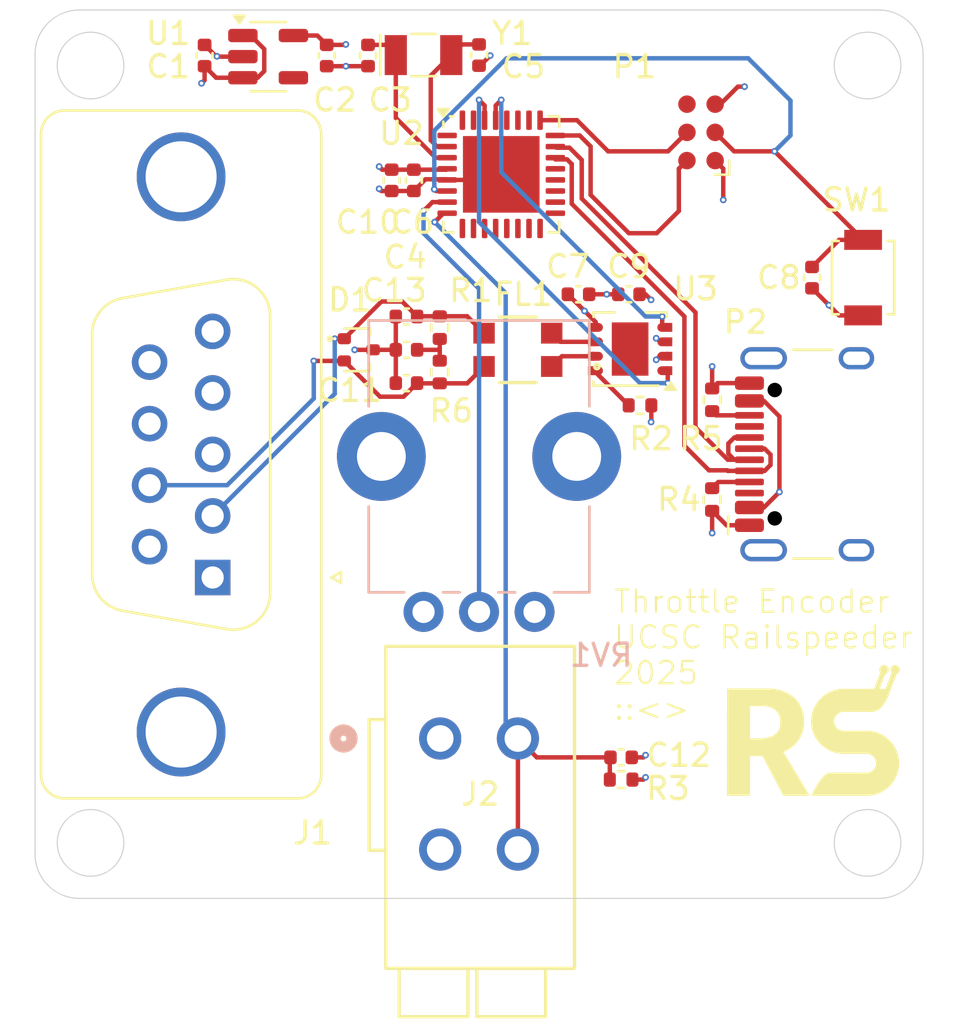
<source format=kicad_pcb>
(kicad_pcb (version 20240108) (generator "pcbnew") (generator_version "8.0")
  (layers (0 "F.Cu" power) (1 "In1.Cu" power) (2 "In2.Cu" signal) (31 "B.Cu" signal) (34 "B.Paste" user) (35 "F.Paste" user) (36 "B.SilkS" user "B.Silkscreen") (37 "F.SilkS" user "F.Silkscreen") (38 "B.Mask" user) (39 "F.Mask" user) (44 "Edge.Cuts" user))
  (net 0 "")
  (net 1 "GND")
  (net 2 "Net-(U2-PC14)")
  (net 3 "+5V")
  (net 4 "+3V3")
  (net 5 "/NRST")
  (net 6 "Net-(U2-PC15)")
  (net 7 "Net-(U3-CANH)")
  (net 8 "Net-(U3-CANL)")
  (net 9 "/INTERLOCK")
  (net 10 "/CANL")
  (net 11 "/CANH")
  (net 14 "/D-")
  (net 15 "/D+")
  (net 16 "/SWDIO")
  (net 17 "/SWCLK")
  (net 18 "/CAN_STB")
  (net 20 "/POT")
  (net 25 "/CANTX")
  (net 35 "/CANRX")
  (net 40 "Net-(C12-Pad1)")
  (net 47 "Net-(P2-CC1)")
  (net 49 "Net-(P2-CC2)")
  (footprint "Capacitor_SMD:C_0402_1005Metric" (layer "F.Cu") (at 115.1375 101.5 -90)
    (property "Reference" "C2")
    (property "Value" "1uF")
  )
  (footprint "Capacitor_SMD:C_0402_1005Metric" (layer "F.Cu") (at 117 101.5 90)
    (property "Reference" "C3")
    (property "Value" "8pF")
  )
  (footprint "Resistor_SMD:R_0402_1005Metric" (layer "F.Cu") (at 129.25 117.25)
    (property "Reference" "R2")
    (property "Value" "5.1k")
  )
  (footprint "Resistor_SMD:R_0402_1005Metric" (layer "F.Cu") (at 128.4 134.1 180)
    (property "Reference" "R3")
    (property "Value" "5.1k")
  )
  (footprint "Resistor_SMD:R_0402_1005Metric" (layer "F.Cu") (at 132.5 121.49 -90)
    (property "Reference" "R4")
    (property "Value" "5.1k")
  )
  (footprint "Capacitor_SMD:C_0402_1005Metric" (layer "F.Cu") (at 118.73 116.25 180)
    (property "Reference" "C11")
    (property "Value" "4.7nF")
  )
  (footprint "Capacitor_SMD:C_0402_1005Metric" (layer "F.Cu") (at 128.4 133.1)
    (property "Reference" "C12")
    (property "Value" "0.1uF")
  )
  (footprint "Capacitor_SMD:C_0402_1005Metric" (layer "F.Cu") (at 109.6375 101.5 90)
    (property "Reference" "C1")
    (property "Value" "1uF")
  )
  (footprint "railspeeder:CONN2_2601-1102_WAG" (layer "F.Cu") (at 120.25 132.25)
    (property "Reference" "J2")
    (property "Value" "2601-1102")
  )
  (footprint "Package_TO_SOT_SMD:SOT-416" (layer "F.Cu") (at 116.58 114.75)
    (property "Reference" "D1")
    (property "Value" "ESDCAN03-2BM3Y")
  )
  (footprint "Resistor_SMD:R_0402_1005Metric" (layer "F.Cu") (at 120.23 113.75 -90)
    (property "Reference" "R1")
    (property "Value" "60")
  )
  (footprint "Capacitor_SMD:C_0402_1005Metric" (layer "F.Cu") (at 118.73 114.75 180)
    (property "Reference" "C13")
    (property "Value" "4.7nF")
  )
  (footprint "Crystal:Crystal_SMD_MicroCrystal_CC7V-T1A-2Pin_3.2x1.5mm" (layer "F.Cu") (at 119.5 101.48)
    (property "Reference" "Y1")
    (property "Value" "ABS07-32.768kHz")
  )
  (footprint "Capacitor_SMD:C_0402_1005Metric" (layer "F.Cu") (at 118.73 113.25 180)
    (property "Reference" "C4")
    (property "Value" "4.7nF")
  )
  (footprint "Package_SON:Texas_S-PVSON-N8" (layer "F.Cu") (at 128.805 114.715 180)
    (property "Reference" "U3")
    (property "Value" "TCAN1044VDDFR")
  )
  (footprint "Capacitor_SMD:C_0402_1005Metric" (layer "F.Cu") (at 122 101.48 -90)
    (property "Reference" "C5")
    (property "Value" "8pF")
  )
  (footprint "Resistor_SMD:R_0402_1005Metric" (layer "F.Cu") (at 132.5 117 90)
    (property "Reference" "R5")
    (property "Value" "5.1k")
  )
  (footprint "Package_DFN_QFN:QFN-32-1EP_5x5mm_P0.5mm_EP3.45x3.45mm" (layer "F.Cu") (at 123 106.85)
    (property "Reference" "U2")
    (property "Value" "STM32G0B1KBUx")
  )
  (footprint "Resistor_SMD:R_0402_1005Metric" (layer "F.Cu") (at 120.23 115.75 90)
    (property "Reference" "R6")
    (property "Value" "60")
  )
  (footprint "Capacitor_SMD:C_0402_1005Metric" (layer "F.Cu") (at 119.0625 107.12 -90)
    (property "Reference" "C6")
    (property "Value" "4.7uF")
  )
  (footprint "Package_TO_SOT_SMD:SOT-23-5" (layer "F.Cu") (at 112.5 101.55)
    (property "Reference" "U1")
    (property "Value" "AP2112K-3.3")
  )
  (footprint "Capacitor_SMD:C_0402_1005Metric" (layer "F.Cu") (at 126.48 112.25)
    (property "Reference" "C7")
    (property "Value" "0.1uF")
  )
  (footprint "Connector:Tag-Connect_TC2030-IDC-FP_2x03_P1.27mm_Vertical" (layer "F.Cu") (at 132 104.96 90)
    (property "Reference" "P1")
    (property "Value" "TC2030-CTX")
  )
  (footprint "Button_Switch_SMD:SW_SPST_B3U-1000P" (layer "F.Cu") (at 139.3 111.5 -90)
    (property "Reference" "SW1")
    (property "Value" "SW_SPST")
  )
  (footprint "Capacitor_SMD:C_0402_1005Metric" (layer "F.Cu") (at 137 111.5 90)
    (property "Reference" "C8")
    (property "Value" "0.1uF")
  )
  (footprint "Connector_Dsub:DSUB-9_Female_Vertical_P2.77x2.84mm_MountingHoles" (layer "F.Cu") (at 110 125 -90)
    (property "Reference" "J1")
    (property "Value" "DSUB-9")
  )
  (footprint "railspeeder:DLW32PH_MUR" (layer "F.Cu") (at 123.75 114.75 180)
    (property "Reference" "FL1")
    (property "Value" "Choke")
  )
  (footprint "Capacitor_SMD:C_0402_1005Metric" (layer "F.Cu") (at 128.75 112.25 180)
    (property "Reference" "C9")
    (property "Value" "0.1uF")
  )
  (footprint "Capacitor_SMD:C_0402_1005Metric" (layer "F.Cu") (at 118.0625 107.12 -90)
    (property "Reference" "C10")
    (property "Value" "0.1uF")
  )
  (footprint "Connector_USB:USB_C_Receptacle_HCTL_HC-TYPE-C-16P-01A" (layer "F.Cu") (at 137.925 119.45 90)
    (property "Reference" "P2")
    (property "Value" "USB_C_Receptacle")
  )
  (footprint "Potentiometer_THT:Potentiometer_Bourns_PTV09A-1_Single_Vertical" (layer "B.Cu") (at 119.5 126.55 90)
    (property "Reference" "RV1")
    (property "Value" "100k")
  )
  (gr_poly (pts (xy 140.756401 128.937947) (xy 140.767299 128.938776) (xy 140.77804 128.94014) (xy 140.788608 128.942028) (xy 140.798991 128.944424) (xy 140.809175 128.947316) (xy 140.819147 128.95069) (xy 140.828892 128.954533) (xy 140.838399 128.95883) (xy 140.847652 128.96357) (xy 140.856639 128.968737) (xy 140.865347 128.974319) (xy 140.873761 128.980303) (xy 140.881868 128.986674) (xy 140.889655 128.993419) (xy 140.897108 129.000525) (xy 140.904214 129.007978) (xy 140.910959 129.015765) (xy 140.91733 129.023872) (xy 140.923314 129.032286) (xy 140.928896 129.040994) (xy 140.934063 129.049981) (xy 140.938803 129.059234) (xy 140.9431 129.068741) (xy 140.946943 129.078486) (xy 140.950317 129.088458) (xy 140.953209 129.098642) (xy 140.955605 129.109025) (xy 140.957493 129.119593) (xy 140.958857 129.130333) (xy 140.959686 129.141232) (xy 140.959965 129.152276) (xy 140.959783 129.161207) (xy 140.95924 129.170046) (xy 140.958344 129.178784) (xy 140.957103 129.187416) (xy 140.955522 129.195933) (xy 140.953609 129.204329) (xy 140.951372 129.212596) (xy 140.948817 129.220728) (xy 140.945952 129.228717) (xy 140.942784 129.236557) (xy 140.939319 129.244239) (xy 140.935565 129.251758) (xy 140.931529 129.259105) (xy 140.927218 129.266275) (xy 140.922639 129.273259) (xy 140.917799 129.280051) (xy 140.912706 129.286643) (xy 140.907366 129.293028) (xy 140.901787 129.2992) (xy 140.895976 129.305151) (xy 140.889939 129.310874) (xy 140.883684 129.316362) (xy 140.877219 129.321608) (xy 140.870549 129.326605) (xy 140.863683 129.331345) (xy 140.856627 129.335822) (xy 140.849388 129.340029) (xy 140.841974 129.343957) (xy 140.834392 129.347601) (xy 140.826648 129.350953) (xy 140.81875 129.354006) (xy 140.810705 129.356753) (xy 140.411336 130.398736) (xy 140.407778 130.397372) (xy 140.383499 130.453597) (xy 140.356781 130.510662) (xy 140.327566 130.567947) (xy 140.295795 130.624835) (xy 140.261408 130.680708) (xy 140.224348 130.734948) (xy 140.184556 130.786936) (xy 140.141972 130.836056) (xy 140.096539 130.881688) (xy 140.072735 130.903003) (xy 140.048197 130.923215) (xy 140.022917 130.942246) (xy 139.996888 130.960019) (xy 139.970102 130.976456) (xy 139.942552 130.991481) (xy 139.914232 131.005016) (xy 139.885132 131.016985) (xy 139.855247 131.027309) (xy 139.824569 131.035911) (xy 139.793089 131.042715) (xy 139.760803 131.047642) (xy 139.7277 131.050617) (xy 139.693776 131.05156) (xy 138.419538 131.051556) (xy 138.419538 131.051594) (xy 138.39796 131.052403) (xy 138.376669 131.054275) (xy 138.355693 131.057183) (xy 138.335058 131.061102) (xy 138.314788 131.066005) (xy 138.294911 131.071866) (xy 138.275452 131.07866) (xy 138.256437 131.086361) (xy 138.237893 131.094941) (xy 138.219845 131.104376) (xy 138.20232 131.11464) (xy 138.185343 131.125705) (xy 138.16894 131.137547) (xy 138.153138 131.150139) (xy 138.137963 131.163455) (xy 138.12344 131.177469) (xy 138.109595 131.192156) (xy 138.096455 131.207488) (xy 138.084046 131.223441) (xy 138.072393 131.239988) (xy 138.061523 131.257102) (xy 138.051462 131.274759) (xy 138.042235 131.292932) (xy 138.033869 131.311595) (xy 138.02639 131.330721) (xy 138.019824 131.350286) (xy 138.014196 131.370262) (xy 138.009534 131.390625) (xy 138.005862 131.411347) (xy 138.003207 131.432403) (xy 138.001595 131.453766) (xy 138.001052 131.475412) (xy 138.001595 131.497057) (xy 138.003207 131.518421) (xy 138.005862 131.539477) (xy 138.009534 131.560199) (xy 138.014196 131.580562) (xy 138.019824 131.600538) (xy 138.02639 131.620103) (xy 138.033869 131.639229) (xy 138.042235 131.657892) (xy 138.051462 131.676065) (xy 138.061523 131.693722) (xy 138.072393 131.710836) (xy 138.084046 131.727383) (xy 138.096455 131.743336) (xy 138.109595 131.758668) (xy 138.12344 131.773355) (xy 138.137963 131.787369) (xy 138.153138 131.800685) (xy 138.16894 131.813277) (xy 138.185343 131.825119) (xy 138.20232 131.836184) (xy 138.219845 131.846448) (xy 138.237893 131.855883) (xy 138.256437 131.864463) (xy 138.275452 131.872164) (xy 138.294911 131.878958) (xy 138.314788 131.884819) (xy 138.335058 131.889722) (xy 138.355693 131.893641) (xy 138.376669 131.896549) (xy 138.39796 131.898421) (xy 138.419538 131.89923) (xy 138.419538 131.899267) (xy 139.479167 131.899267) (xy 139.479167 131.899386) (xy 139.553725 131.902194) (xy 139.627288 131.908672) (xy 139.699764 131.918732) (xy 139.771065 131.932282) (xy 139.841099 131.949234) (xy 139.909779 131.969496) (xy 139.977012 131.99298) (xy 140.042711 132.019595) (xy 140.106784 132.049251) (xy 140.169142 132.081858) (xy 140.229694 132.117328) (xy 140.288352 132.155568) (xy 140.345025 132.196491) (xy 140.399623 132.240005) (xy 140.452056 132.286022) (xy 140.502234 132.33445) (xy 140.550068 132.3852) (xy 140.595468 132.438183) (xy 140.638343 132.493308) (xy 140.678603 132.550485) (xy 140.71616 132.609625) (xy 140.750922 132.670637) (xy 140.782801 132.733432) (xy 140.811705 132.79792) (xy 140.837546 132.86401) (xy 140.860233 132.931614) (xy 140.879676 133.00064) (xy 140.895786 133.070999) (xy 140.908473 133.142602) (xy 140.917646 133.215358) (xy 140.923215 133.289178) (xy 140.925092 133.363971) (xy 140.923215 133.438764) (xy 140.917646 133.512583) (xy 140.908473 133.585339) (xy 140.895786 133.656942) (xy 140.879676 133.727301) (xy 140.860233 133.796327) (xy 140.837546 133.863931) (xy 140.811705 133.930021) (xy 140.782801 133.994509) (xy 140.750922 134.057304) (xy 140.71616 134.118316) (xy 140.678603 134.177456) (xy 140.638343 134.234633) (xy 140.595468 134.289758) (xy 140.550068 134.34274) (xy 140.502234 134.393491) (xy 140.452056 134.441919) (xy 140.399623 134.487935) (xy 140.345025 134.53145) (xy 140.288352 134.572372) (xy 140.229694 134.610613) (xy 140.169142 134.646082) (xy 140.106784 134.67869) (xy 140.042711 134.708346) (xy 139.977012 134.734961) (xy 139.909779 134.758445) (xy 139.841099 134.778707) (xy 139.771065 134.795659) (xy 139.699764 134.809209) (xy 139.627288 134.819269) (xy 139.553725 134.825747) (xy 139.479167 134.828555) (xy 139.479167 134.828673) (xy 136.957518 134.828673) (xy 137.036624 134.666887) (xy 137.125373 134.500929) (xy 137.17909 134.407264) (xy 137.23791 134.310506) (xy 137.300988 134.213677) (xy 137.367479 134.1198) (xy 137.43654 134.031899) (xy 137.507325 133.952995) (xy 137.543101 133.917863) (xy 137.578991 133.886113) (xy 137.61489 133.858125) (xy 137.650692 133.834275) (xy 137.686292 133.814942) (xy 137.721584 133.800504) (xy 137.756462 133.791338) (xy 137.790822 133.787823) (xy 138.254885 133.783997) (xy 138.774837 133.784123) (xy 139.464923 133.787709) (xy 139.486304 133.786685) (xy 139.507395 133.784618) (xy 139.528171 133.781533) (xy 139.548606 133.777456) (xy 139.568675 133.772412) (xy 139.588352 133.766427) (xy 139.607613 133.759525) (xy 139.62643 133.751733) (xy 139.644779 133.743077) (xy 139.662634 133.733581) (xy 139.67997 133.723271) (xy 139.696761 133.712173) (xy 139.712982 133.700312) (xy 139.728607 133.687714) (xy 139.743611 133.674404) (xy 139.757967 133.660409) (xy 139.771652 133.645752) (xy 139.784638 133.63046) (xy 139.796901 133.614558) (xy 139.808415 133.598073) (xy 139.819155 133.581029) (xy 139.829094 133.563451) (xy 139.838208 133.545366) (xy 139.846471 133.526799) (xy 139.853858 133.507776) (xy 139.860342 133.488321) (xy 139.865899 133.468461) (xy 139.870502 133.448221) (xy 139.874127 133.427626) (xy 139.876748 133.406703) (xy 139.87834 133.385476) (xy 139.878876 133.363971) (xy 139.878333 133.342325) (xy 139.87672 133.320961) (xy 139.874066 133.299905) (xy 139.870394 133.279183) (xy 139.865731 133.258821) (xy 139.860103 133.238844) (xy 139.853537 133.21928) (xy 139.846058 133.200153) (xy 139.837692 133.18149) (xy 139.828465 133.163317) (xy 139.818404 133.145661) (xy 139.807534 133.128546) (xy 139.795881 133.111999) (xy 139.783472 133.096047) (xy 139.770332 133.080714) (xy 139.756488 133.066028) (xy 139.741965 133.052013) (xy 139.726789 133.038697) (xy 139.710987 133.026105) (xy 139.694584 133.014263) (xy 139.677607 133.003198) (xy 139.660082 132.992935) (xy 139.642034 132.9835) (xy 139.62349 132.974919) (xy 139.604475 132.967219) (xy 139.585016 132.960425) (xy 139.565139 132.954563) (xy 139.544869 132.94966) (xy 139.524233 132.945741) (xy 139.503257 132.942833) (xy 139.481967 132.940961) (xy 139.460389 132.940152) (xy 139.460389 132.940115) (xy 138.419538 132.940115) (xy 138.416856 132.940113) (xy 138.341598 132.938077) (xy 138.267332 132.932302) (xy 138.194147 132.92288) (xy 138.122136 132.909903) (xy 138.051391 132.893461) (xy 137.982003 132.873648) (xy 137.914064 132.850555) (xy 137.847666 132.824272) (xy 137.782901 132.794894) (xy 137.71986 132.762509) (xy 137.658634 132.727212) (xy 137.599317 132.689093) (xy 137.541999 132.648243) (xy 137.486772 132.604756) (xy 137.433728 132.558722) (xy 137.382958 132.510233) (xy 137.334555 132.459382) (xy 137.288609 132.406259) (xy 137.245214 132.350956) (xy 137.20446 132.293565) (xy 137.166439 132.234179) (xy 137.131243 132.172888) (xy 137.098964 132.109784) (xy 137.069693 132.044959) (xy 137.043523 131.978505) (xy 137.020544 131.910513) (xy 137.000848 131.841076) (xy 136.984528 131.770284) (xy 136.971675 131.69823) (xy 136.962381 131.625006) (xy 136.956737 131.550703) (xy 136.954835 131.475412) (xy 136.956737 131.400122) (xy 136.962381 131.325818) (xy 136.971675 131.252594) (xy 136.984528 131.18054) (xy 137.000848 131.109749) (xy 137.020544 131.040311) (xy 137.043523 130.97232) (xy 137.069693 130.905866) (xy 137.098964 130.841041) (xy 137.131243 130.777937) (xy 137.166439 130.716646) (xy 137.20446 130.657259) (xy 137.245214 130.599869) (xy 137.288609 130.544566) (xy 137.334555 130.491443) (xy 137.382958 130.440591) (xy 137.433728 130.392102) (xy 137.486772 130.346069) (xy 137.541999 130.302581) (xy 137.599317 130.261732) (xy 137.658634 130.223613) (xy 137.71986 130.188315) (xy 137.782901 130.155931) (xy 137.847666 130.126552) (xy 137.914064 130.10027) (xy 137.982003 130.077176) (xy 138.051391 130.057363) (xy 138.122136 130.040922) (xy 138.194147 130.027945) (xy 138.267332 130.018523) (xy 138.341598 130.012748) (xy 138.416856 130.010712) (xy 138.419538 130.01071) (xy 139.792183 130.01071) (xy 140.071003 129.283247) (xy 140.065896 129.276346) (xy 140.061061 129.269237) (xy 140.056508 129.261929) (xy 140.052243 129.254429) (xy 140.048275 129.246744) (xy 140.044611 129.238883) (xy 140.04126 129.230853) (xy 140.038228 129.222663) (xy 140.035523 129.214319) (xy 140.033154 129.20583) (xy 140.031129 129.197203) (xy 140.029454 129.188446) (xy 140.028138 129.179567) (xy 140.027188 129.170574) (xy 140.026612 129.161474) (xy 140.026419 129.152276) (xy 140.026698 129.141232) (xy 140.027527 129.130333) (xy 140.028891 129.119593) (xy 140.030779 129.109025) (xy 140.033175 129.098642) (xy 140.036067 129.088458) (xy 140.039441 129.078486) (xy 140.043284 129.068741) (xy 140.047581 129.059234) (xy 140.052321 129.049981) (xy 140.057488 129.040994) (xy 140.06307 129.032286) (xy 140.069054 129.023872) (xy 140.075425 129.015765) (xy 140.08217 129.007978) (xy 140.089276 129.000525) (xy 140.096729 128.993419) (xy 140.104516 128.986674) (xy 140.112623 128.980303) (xy 140.121037 128.974319) (xy 140.129745 128.968737) (xy 140.138732 128.96357) (xy 140.147985 128.95883) (xy 140.157492 128.954533) (xy 140.167238 128.95069) (xy 140.177209 128.947316) (xy 140.187393 128.944424) (xy 140.197776 128.942028) (xy 140.208344 128.94014) (xy 140.219085 128.938776) (xy 140.229983 128.937947) (xy 140.241027 128.937668) (xy 140.252071 128.937947) (xy 140.26297 128.938776) (xy 140.27371 128.94014) (xy 140.284278 128.942028) (xy 140.294661 128.944424) (xy 140.304845 128.947316) (xy 140.314817 128.95069) (xy 140.324562 128.954533) (xy 140.334069 128.95883) (xy 140.343322 128.96357) (xy 140.352309 128.968737) (xy 140.361017 128.974319) (xy 140.369431 128.980303) (xy 140.377538 128.986674) (xy 140.385325 128.993419) (xy 140.392778 129.000525) (xy 140.399884 129.007978) (xy 140.406629 129.015765) (xy 140.413 129.023872) (xy 140.418984 129.032286) (xy 140.424566 129.040994) (xy 140.429733 129.049981) (xy 140.434473 129.059234) (xy 140.438771 129.068741) (xy 140.442613 129.078486) (xy 140.445987 129.088458) (xy 140.448879 129.098642) (xy 140.451275 129.109025) (xy 140.453163 129.119593) (xy 140.454528 129.130333) (xy 140.455356 129.141232) (xy 140.455635 129.152276) (xy 140.455436 129.161615) (xy 140.454843 129.170852) (xy 140.453864 129.179978) (xy 140.452508 129.188987) (xy 140.450783 129.197869) (xy 140.448696 129.206617) (xy 140.446256 129.215222) (xy 140.443472 129.223676) (xy 140.440351 129.231972) (xy 140.436901 129.2401) (xy 140.433131 129.248053) (xy 140.429048 129.255823) (xy 140.424661 129.263402) (xy 140.419978 129.270781) (xy 140.415007 129.277952) (xy 140.409756 129.284908) (xy 140.404234 129.291639) (xy 140.398448 129.298139) (xy 140.392406 129.304399) (xy 140.386117 129.31041) (xy 140.379589 129.316164) (xy 140.37283 129.321654) (xy 140.365848 129.326872) (xy 140.358651 129.331808) (xy 140.351247 129.336456) (xy 140.343645 129.340807) (xy 140.335853 129.344852) (xy 140.327878 129.348584) (xy 140.319729 129.351995) (xy 140.311414 129.355075) (xy 140.302941 129.357819) (xy 140.294318 129.360216) (xy 140.044998 130.01071) (xy 140.307243 130.01071) (xy 140.582632 129.292201) (xy 140.576721 129.285025) (xy 140.571119 129.277594) (xy 140.565836 129.269917) (xy 140.560883 129.262005) (xy 140.55627 129.253867) (xy 140.552005 129.245513) (xy 140.5481 129.236952) (xy 140.544564 129.228196) (xy 140.541407 129.219254) (xy 140.538639 129.210135) (xy 140.536269 129.20085) (xy 140.534308 129.191409) (xy 140.532766 129.181821) (xy 140.531652 129.172096) (xy 140.530976 129.162244) (xy 140.530749 129.152276) (xy 140.531028 129.141232) (xy 140.531857 129.130333) (xy 140.533221 129.119593) (xy 140.535109 129.109025) (xy 140.537505 129.098642) (xy 140.540397 129.088458) (xy 140.543771 129.078486) (xy 140.547614 129.068741) (xy 140.551911 129.059234) (xy 140.556651 129.049981) (xy 140.561818 129.040994) (xy 140.5674 129.032286) (xy 140.573384 129.023872) (xy 140.579755 129.015765) (xy 140.5865 129.007978) (xy 140.593606 129.000525) (xy 140.601059 128.993419) (xy 140.608846 128.986674) (xy 140.616953 128.980303) (xy 140.625367 128.974319) (xy 140.634075 128.968737) (xy 140.643062 128.96357) (xy 140.652315 128.95883) (xy 140.661822 128.954533) (xy 140.671567 128.95069) (xy 140.681539 128.947316) (xy 140.691723 128.944424) (xy 140.702106 128.942028) (xy 140.712674 128.94014) (xy 140.723414 128.938776) (xy 140.734313 128.937947) (xy 140.745357 128.937668)) (stroke (width -0.000001)) (fill solid) (layer "F.SilkS"))
  (gr_poly (pts (xy 135 130) (xy 135.100019 130.001856) (xy 135.197045 130.007423) (xy 135.291078 130.0167) (xy 135.336972 130.02273) (xy 135.382118 130.029689) (xy 135.426516 130.037575) (xy 135.470165 130.046388) (xy 135.513067 130.05613) (xy 135.55522 130.066799) (xy 135.596625 130.078396) (xy 135.637282 130.090921) (xy 135.677191 130.104374) (xy 135.716352 130.118754) (xy 135.754734 130.133928) (xy 135.792309 130.14976) (xy 135.829075 130.16625) (xy 135.865033 130.183398) (xy 135.900184 130.201205) (xy 135.934526 130.219671) (xy 135.96806 130.238795) (xy 136.000786 130.258577) (xy 136.032704 130.279017) (xy 136.063814 130.300116) (xy 136.094115 130.321874) (xy 136.123609 130.34429) (xy 136.152295 130.367364) (xy 136.180173 130.391097) (xy 136.207242 130.415488) (xy 136.233504 130.440538) (xy 136.258958 130.466186) (xy 136.283604 130.492373) (xy 136.307441 130.519099) (xy 136.330471 130.546363) (xy 136.352692 130.574166) (xy 136.374105 130.602507) (xy 136.394711 130.631388) (xy 136.414508 130.660807) (xy 136.433497 130.690764) (xy 136.451678 130.721261) (xy 136.469051 130.752296) (xy 136.485616 130.78387) (xy 136.501373 130.815982) (xy 136.516322 130.848633) (xy 136.530463 130.881824) (xy 136.543796 130.915552) (xy 136.556321 130.949715) (xy 136.568037 130.984207) (xy 136.578946 131.019028) (xy 136.589047 131.054178) (xy 136.598339 131.089658) (xy 136.606824 131.125466) (xy 136.6145 131.161604) (xy 136.621369 131.198071) (xy 136.627429 131.234867) (xy 136.632681 131.271993) (xy 136.637126 131.309447) (xy 136.640762 131.347231) (xy 136.64359 131.385344) (xy 136.64561 131.423787) (xy 136.646822 131.462558) (xy 136.647226 131.501659) (xy 136.64585 131.573426) (xy 136.64172 131.643158) (xy 136.638622 131.677261) (xy 136.634836 131.710854) (xy 136.630362 131.74394) (xy 136.6252 131.776516) (xy 136.619349 131.808583) (xy 136.612809 131.840142) (xy 136.605582 131.871192) (xy 136.597666 131.901734) (xy 136.589062 131.931766) (xy 136.579769 131.96129) (xy 136.569788 131.990305) (xy 136.559119 132.018811) (xy 136.536374 132.074358) (xy 136.512192 132.127988) (xy 136.486574 132.179704) (xy 136.459519 132.229503) (xy 136.431028 132.277388) (xy 136.416244 132.300612) (xy 136.4011 132.323357) (xy 136.385598 132.345623) (xy 136.369736 132.36741) (xy 136.353515 132.388719) (xy 136.336935 132.409548) (xy 136.320055 132.429929) (xy 136.302937 132.449891) (xy 136.285579 132.469434) (xy 136.267981 132.488558) (xy 136.250144 132.507263) (xy 136.232068 132.525549) (xy 136.213752 132.543416) (xy 136.195197 132.560864) (xy 136.176402 132.577893) (xy 136.157368 132.594503) (xy 136.138095 132.610694) (xy 136.118582 132.626466) (xy 136.098829 132.641819) (xy 136.078838 132.656753) (xy 136.058606 132.671268) (xy 136.038136 132.685364) (xy 135.997134 132.712479) (xy 135.956492 132.738277) (xy 135.916209 132.762758) (xy 135.876286 132.785922) (xy 135.836721 132.807769) (xy 135.797516 132.828299) (xy 135.758669 132.847513) (xy 135.720182 132.86541) (xy 136.900057 134.826759) (xy 135.697198 134.826759) (xy 134.770154 133.049286) (xy 134.210863 133.049286) (xy 134.210863 134.826759) (xy 133.168896 134.826759) (xy 133.169315 132.244827) (xy 134.210863 132.244827) (xy 134.624585 132.244827) (xy 134.675717 132.244168) (xy 134.725682 132.242193) (xy 134.774479 132.238901) (xy 134.822109 132.234292) (xy 134.868572 132.228367) (xy 134.913868 132.221124) (xy 134.957996 132.212565) (xy 135.000957 132.202688) (xy 135.042751 132.191495) (xy 135.083378 132.178986) (xy 135.122838 132.165159) (xy 135.16113 132.150015) (xy 135.198256 132.133555) (xy 135.234214 132.115778) (xy 135.269005 132.096684) (xy 135.302629 132.076273) (xy 135.318892 132.065521) (xy 135.334637 132.054336) (xy 135.349867 132.042716) (xy 135.36458 132.030663) (xy 135.378777 132.018175) (xy 135.392458 132.005254) (xy 135.405623 131.991899) (xy 135.418271 131.97811) (xy 135.430403 131.963886) (xy 135.442019 131.949229) (xy 135.453118 131.934138) (xy 135.463701 131.918613) (xy 135.473768 131.902654) (xy 135.483319 131.886261) (xy 135.492353 131.869435) (xy 135.500872 131.852174) (xy 135.508874 131.834479) (xy 135.516359 131.81635) (xy 135.523329 131.797788) (xy 135.529782 131.778791) (xy 135.535719 131.75936) (xy 135.541139 131.739496) (xy 135.546044 131.719197) (xy 135.550432 131.698465) (xy 135.557659 131.655698) (xy 135.562822 131.611195) (xy 135.565919 131.564957) (xy 135.566952 131.516982) (xy 135.566129 131.474499) (xy 135.56366 131.433244) (xy 135.559545 131.393215) (xy 135.553784 131.354414) (xy 135.546377 131.316839) (xy 135.537324 131.280492) (xy 135.526624 131.245372) (xy 135.514279 131.211478) (xy 135.500288 131.178812) (xy 135.484651 131.147373) (xy 135.467367 131.117161) (xy 135.448438 131.088176) (xy 135.427862 131.060418) (xy 135.405641 131.033887) (xy 135.381773 131.008583) (xy 135.35626 130.984506) (xy 135.32916 130.961776) (xy 135.300534 130.940512) (xy 135.270382 130.920715) (xy 135.238703 130.902384) (xy 135.205499 130.88552) (xy 135.170767 130.870122) (xy 135.13451 130.85619) (xy 135.096726 130.843725) (xy 135.057416 130.832727) (xy 135.01658 130.823195) (xy 134.974217 130.815129) (xy 134.930328 130.80853) (xy 134.884912 130.803398) (xy 134.837971 130.799732) (xy 134.789502 130.797532) (xy 134.739508 130.796799) (xy 134.210863 130.796799) (xy 134.210863 132.244827) (xy 133.169315 132.244827) (xy 133.169679 129.998069)) (stroke (width -0.000001)) (fill solid) (layer "F.SilkS"))
  (gr_circle (center 104.5 136.95) (end 104.5 138.45) (stroke (width 0.05)) (fill none) (layer "Edge.Cuts"))
  (gr_circle (center 104.5 101.95) (end 106 101.95) (stroke (width 0.05)) (fill none) (layer "Edge.Cuts"))
  (gr_arc (start 140 99.45) (mid 141.414214 100.035786) (end 142 101.45) (stroke (width 0.05)) (layer "Edge.Cuts"))
  (gr_circle (center 139.5 101.95) (end 141 101.95) (stroke (width 0.05)) (fill none) (layer "Edge.Cuts"))
  (gr_line (start 140 139.45) (end 104 139.45) (stroke (width 0.05)) (layer "Edge.Cuts"))
  (gr_line (start 104 99.45) (end 140 99.45) (stroke (width 0.05)) (layer "Edge.Cuts"))
  (gr_arc (start 142 137.45) (mid 141.414214 138.864214) (end 140 139.45) (stroke (width 0.05)) (layer "Edge.Cuts"))
  (gr_line (start 102 137.45) (end 102 101.45) (stroke (width 0.05)) (layer "Edge.Cuts"))
  (gr_arc (start 104 139.45) (mid 102.585786 138.864214) (end 102 137.45) (stroke (width 0.05)) (layer "Edge.Cuts"))
  (gr_arc (start 102 101.45) (mid 102.585786 100.035786) (end 104 99.45) (stroke (width 0.05)) (layer "Edge.Cuts"))
  (gr_circle (center 139.5 136.95) (end 139.5 138.45) (stroke (width 0.05)) (fill none) (layer "Edge.Cuts"))
  (gr_line (start 142 101.45) (end 142 137.45) (stroke (width 0.05)) (layer "Edge.Cuts"))
  (gr_text "Throttle Encoder\nUCSC Railspeeder\n2025\n::<>" (at 128 131.5 0) (layer "F.SilkS") (effects (font (size 1 1) (thickness 0.1)) (justify left bottom)))
  (segment (start 118.25 114.75) (end 117.23 114.75) (width 0.2) (layer "F.Cu") (net 1))
  (segment (start 132.5 122) (end 132.5 123) (width 0.2) (layer "F.Cu") (net 1))
  (segment (start 120.5625 107.1) (end 122.75 107.1) (width 0.2) (layer "F.Cu") (net 1))
  (segment (start 110.183956 101.533544) (end 110.191739 101.533544) (width 0.2) (layer "F.Cu") (net 1))
  (segment (start 132.635 103.69) (end 132.870724 103.69) (width 0.2) (layer "F.Cu") (net 1))
  (segment (start 137 111.98) (end 137.76 112.74) (width 0.2) (layer "F.Cu") (net 1))
  (segment (start 116.398452 114.75) (end 116.398451 114.749999) (width 0.2) (layer "F.Cu") (net 1))
  (segment (start 119.0625 107.6) (end 118.0625 107.6) (width 0.2) (layer "F.Cu") (net 1))
  (segment (start 120.535354 107.072854) (end 120.5625 107.1) (width 0.2) (layer "F.Cu") (net 1))
  (segment (start 132.5 116.49) (end 132.74 116.25) (width 0.2) (layer "F.Cu") (net 1))
  (segment (start 132.5 116.49) (end 132.5 115.5) (width 0.2) (layer "F.Cu") (net 1))
  (segment (start 133.659476 102.901248) (end 133.959754 102.901248) (width 0.2) (layer "F.Cu") (net 1))
  (segment (start 126.96 112.25) (end 128.27 112.25) (width 0.2) (layer "F.Cu") (net 1))
  (segment (start 129.980001 115.200101) (end 130.140102 115.04) (width 0.2) (layer "F.Cu") (net 1))
  (segment (start 119.0625 107.6) (end 119.589646 107.072854) (width 0.2) (layer "F.Cu") (net 1))
  (segment (start 117.6 107.6) (end 117.5 107.5) (width 0.2) (layer "F.Cu") (net 1))
  (segment (start 129.4 133.1) (end 129.5 133) (width 0.2) (layer "F.Cu") (net 1))
  (segment (start 133.15 122.65) (end 134.18 122.65) (width 0.2) (layer "F.Cu") (net 1))
  (segment (start 132.870724 103.69) (end 133.659476 102.901248) (width 0.2) (layer "F.Cu") (net 1))
  (segment (start 111.3625 101.55) (end 110.1675 101.55) (width 0.2) (layer "F.Cu") (net 1))
  (segment (start 118.25 116.25) (end 118.25 114.75) (width 0.2) (layer "F.Cu") (net 1))
  (segment (start 117.23 114.75) (end 116.398452 114.75) (width 0.2) (layer "F.Cu") (net 1))
  (segment (start 130.140102 115.04) (end 130.555 115.04) (width 0.2) (layer "F.Cu") (net 1))
  (segment (start 122 101.96) (end 122.045913 101.96) (width 0.2) (layer "F.Cu") (net 1))
  (segment (start 132.74 116.25) (end 134.18 116.25) (width 0.2) (layer "F.Cu") (net 1))
  (segment (start 118.0625 107.6) (end 117.6 107.6) (width 0.2) (layer "F.Cu") (net 1))
  (segment (start 110.1675 101.55) (end 110.183956 101.533544) (width 0.2) (layer "F.Cu") (net 1))
  (segment (start 110.1675 101.55) (end 109.6375 101.02) (width 0.2) (layer "F.Cu") (net 1))
  (segment (start 122.75 107.1) (end 123 106.85) (width 0.2) (layer "F.Cu") (net 1))
  (segment (start 117 101.98) (end 115.1375 101.98) (width 0.2) (layer "F.Cu") (net 1))
  (segment (start 122.045913 101.96) (end 122.502775 101.503138) (width 0.2) (layer "F.Cu") (net 1))
  (segment (start 119.589646 107.072854) (end 120.535354 107.072854) (width 0.2) (layer "F.Cu") (net 1))
  (segment (start 118.25 113.25) (end 118.25 114.75) (width 0.2) (layer "F.Cu") (net 1))
  (segment (start 128.88 133.1) (end 129.4 133.1) (width 0.2) (layer "F.Cu") (net 1))
  (segment (start 138.22 113.2) (end 137.76 112.74) (width 0.2) (layer "F.Cu") (net 1))
  (segment (start 139.3 113.2) (end 138.22 113.2) (width 0.2) (layer "F.Cu") (net 1))
  (segment (start 132.5 122) (end 133.15 122.65) (width 0.2) (layer "F.Cu") (net 1))
  (via (at 116.398451 114.749999) (size 0.3) (drill 0.15) (layers "F.Cu" "B.Cu") (net 1))
  (via (at 116 101.98) (size 0.3) (drill 0.15) (layers "F.Cu" "B.Cu") (net 1))
  (via (at 117.5 107.5) (size 0.3) (drill 0.15) (layers "F.Cu" "B.Cu") (net 1))
  (via (at 127.75 112.25) (size 0.3) (drill 0.15) (layers "F.Cu" "B.Cu") (net 1))
  (via (at 122.502775 101.503138) (size 0.3) (drill 0.15) (layers "F.Cu" "B.Cu") (net 1))
  (via (at 137.76 112.74) (size 0.3) (drill 0.15) (layers "F.Cu" "B.Cu") (net 1))
  (via (at 132.5 115.5) (size 0.3) (drill 0.15) (layers "F.Cu" "B.Cu") (net 1))
  (via (at 133.959754 102.901248) (size 0.3) (drill 0.15) (layers "F.Cu" "B.Cu") (net 1))
  (via (at 129.5 133) (size 0.3) (drill 0.15) (layers "F.Cu" "B.Cu") (net 1))
  (via (at 110.191739 101.533544) (size 0.3) (drill 0.15) (layers "F.Cu" "B.Cu") (net 1))
  (via (at 129.980001 115.200101) (size 0.3) (drill 0.15) (layers "F.Cu" "B.Cu") (net 1))
  (via (at 132.5 123) (size 0.3) (drill 0.15) (layers "F.Cu" "B.Cu") (net 1))
  (segment (start 120.110614 105.6) (end 119.825 105.314386) (width 0.2) (layer "F.Cu") (net 2))
  (segment (start 119.825 105.314386) (end 119.825 102.405) (width 0.2) (layer "F.Cu") (net 2))
  (segment (start 119.825 102.405) (end 120.75 101.48) (width 0.2) (layer "F.Cu") (net 2))
  (segment (start 122 101) (end 121.23 101) (width 0.2) (layer "F.Cu") (net 2))
  (segment (start 120.5625 105.6) (end 120.110614 105.6) (width 0.2) (layer "F.Cu") (net 2))
  (segment (start 121.23 101) (end 120.75 101.48) (width 0.2) (layer "F.Cu") (net 2))
  (segment (start 130.172893 114.39) (end 130.555 114.39) (width 0.2) (layer "F.Cu") (net 3))
  (segment (start 134.18 117.05) (end 134.829999 117.05) (width 0.2) (layer "F.Cu") (net 3))
  (segment (start 135.53 117.750001) (end 135.53 121.149999) (width 0.2) (layer "F.Cu") (net 3))
  (segment (start 109.6375 101.98) (end 110.1575 102.5) (width 0.2) (layer "F.Cu") (net 3))
  (segment (start 129.5 112.25) (end 129.75 112.5) (width 0.2) (layer "F.Cu") (net 3))
  (segment (start 129.980001 114.229899) (end 130.012792 114.229899) (width 0.2) (layer "F.Cu") (net 3))
  (segment (start 112.325 102.199999) (end 112.024999 102.5) (width 0.2) (layer "F.Cu") (net 3))
  (segment (start 135.464999 121.214999) (end 135.465 121.214999) (width 0.2) (layer "F.Cu") (net 3))
  (segment (start 134.829999 117.05) (end 135.53 117.750001) (width 0.2) (layer "F.Cu") (net 3))
  (segment (start 129.23 112.25) (end 129.5 112.25) (width 0.2) (layer "F.Cu") (net 3))
  (segment (start 109.6375 101.98) (end 109.6375 102.6125) (width 0.2) (layer "F.Cu") (net 3))
  (segment (start 109.6375 102.6125) (end 109.5 102.75) (width 0.2) (layer "F.Cu") (net 3))
  (segment (start 130.012792 114.229899) (end 130.172893 114.39) (width 0.2) (layer "F.Cu") (net 3))
  (segment (start 134.829999 121.85) (end 134.18 121.85) (width 0.2) (layer "F.Cu") (net 3))
  (segment (start 112.024999 102.5) (end 111.3625 102.5) (width 0.2) (layer "F.Cu") (net 3))
  (segment (start 135.465 121.214999) (end 135.53 121.149999) (width 0.2) (layer "F.Cu") (net 3))
  (segment (start 111.715552 100.6) (end 112.325 101.209448) (width 0.2) (layer "F.Cu") (net 3))
  (segment (start 111.3625 100.6) (end 111.715552 100.6) (width 0.2) (layer "F.Cu") (net 3))
  (segment (start 135.464999 121.214999) (end 134.829999 121.85) (width 0.2) (layer "F.Cu") (net 3))
  (segment (start 110.1575 102.5) (end 111.3625 102.5) (width 0.2) (layer "F.Cu") (net 3))
  (segment (start 112.325 101.209448) (end 112.325 102.199999) (width 0.2) (layer "F.Cu") (net 3))
  (via (at 129.75 112.5) (size 0.3) (drill 0.15) (layers "F.Cu" "B.Cu") (net 3))
  (via (at 135.53 121.149999) (size 0.3) (drill 0.15) (layers "F.Cu" "B.Cu") (net 3))
  (via (at 129.980001 114.229899) (size 0.3) (drill 0.15) (layers "F.Cu" "B.Cu") (net 3))
  (via (at 109.5 102.75) (size 0.3) (drill 0.15) (layers "F.Cu" "B.Cu") (net 3))
  (segment (start 129.76 117.99) (end 129.75 118) (width 0.2) (layer "F.Cu") (net 4))
  (segment (start 114.7175 100.6) (end 115.1375 101.02) (width 0.2) (layer "F.Cu") (net 4))
  (segment (start 113.6375 100.6) (end 114.7175 100.6) (width 0.2) (layer "F.Cu") (net 4))
  (segment (start 115.1375 101.02) (end 115.98 101.02) (width 0.2) (layer "F.Cu") (net 4))
  (segment (start 127.255 113.505) (end 126.75 113) (width 0.2) (layer "F.Cu") (net 4))
  (segment (start 128.91 134.1) (end 129.4 134.1) (width 0.2) (layer "F.Cu") (net 4))
  (segment (start 118.0625 106.64) (end 117.64 106.64) (width 0.2) (layer "F.Cu") (net 4))
  (segment (start 129.4 134.1) (end 129.5 134) (width 0.2) (layer "F.Cu") (net 4))
  (segment (start 133 106.595) (end 133 108) (width 0.2) (layer "F.Cu") (net 4))
  (segment (start 117.64 106.64) (end 117.5 106.5) (width 0.2) (layer "F.Cu") (net 4))
  (segment (start 132.635 106.23) (end 133 106.595) (width 0.2) (layer "F.Cu") (net 4))
  (segment (start 127.255 113.74) (end 127.255 113.505) (width 0.2) (layer "F.Cu") (net 4))
  (segment (start 118.0625 106.64) (end 120.5225 106.64) (width 0.2) (layer "F.Cu") (net 4))
  (segment (start 129.76 117.25) (end 129.76 117.99) (width 0.2) (layer "F.Cu") (net 4))
  (segment (start 126.75 113) (end 126 112.25) (width 0.2) (layer "F.Cu") (net 4))
  (segment (start 120.5225 106.64) (end 120.5625 106.6) (width 0.2) (layer "F.Cu") (net 4))
  (segment (start 115.98 101.02) (end 116 101) (width 0.2) (layer "F.Cu") (net 4))
  (via (at 129.75 118) (size 0.3) (drill 0.15) (layers "F.Cu" "B.Cu") (net 4))
  (via (at 116 101) (size 0.3) (drill 0.15) (layers "F.Cu" "B.Cu") (net 4))
  (via (at 133 108) (size 0.3) (drill 0.15) (layers "F.Cu" "B.Cu") (net 4))
  (via (at 117.5 106.5) (size 0.3) (drill 0.15) (layers "F.Cu" "B.Cu") (net 4))
  (via (at 126.75 113) (size 0.3) (drill 0.15) (layers "F.Cu" "B.Cu") (net 4))
  (via (at 129.5 134) (size 0.3) (drill 0.15) (layers "F.Cu" "B.Cu") (net 4))
  (segment (start 120.06247 107.6) (end 120.5625 107.6) (width 0.2) (layer "F.Cu") (net 5))
  (segment (start 135.31245 105.81245) (end 139.3 109.8) (width 0.2) (layer "F.Cu") (net 5))
  (segment (start 132.635 104.96) (end 133.48745 105.81245) (width 0.2) (layer "F.Cu") (net 5))
  (segment (start 119.985324 107.522854) (end 120.06247 107.6) (width 0.2) (layer "F.Cu") (net 5))
  (segment (start 133.48745 105.81245) (end 135.31245 105.81245) (width 0.2) (layer "F.Cu") (net 5))
  (segment (start 138.22 109.8) (end 137 111.02) (width 0.2) (layer "F.Cu") (net 5))
  (segment (start 139.3 109.8) (end 138.22 109.8) (width 0.2) (layer "F.Cu") (net 5))
  (via (at 119.985324 107.522854) (size 0.3) (drill 0.15) (layers "F.Cu" "B.Cu") (net 5))
  (via (at 135.31245 105.81245) (size 0.3) (drill 0.15) (layers "F.Cu" "B.Cu") (net 5))
  (segment (start 134.1247 101.6247) (end 136.02745 103.52745) (width 0.2) (layer "B.Cu") (net 5))
  (segment (start 119.985324 107.522854) (end 119.985324 104.878279) (width 0.2) (layer "B.Cu") (net 5))
  (segment (start 136.02745 105.09745) (end 135.31245 105.81245) (width 0.2) (layer "B.Cu") (net 5))
  (segment (start 119.985324 104.878279) (end 123.238903 101.6247) (width 0.2) (layer "B.Cu") (net 5))
  (segment (start 136.02745 103.52745) (end 136.02745 105.09745) (width 0.2) (layer "B.Cu") (net 5))
  (segment (start 123.238903 101.6247) (end 134.1247 101.6247) (width 0.2) (layer "B.Cu") (net 5))
  (segment (start 117.79 101.02) (end 118.25 101.48) (width 0.2) (layer "F.Cu") (net 6))
  (segment (start 118.25 104.305072) (end 118.25 101.48) (width 0.2) (layer "F.Cu") (net 6))
  (segment (start 117 101.02) (end 117.79 101.02) (width 0.2) (layer "F.Cu") (net 6))
  (segment (start 120.5625 106.1) (end 120.044928 106.1) (width 0.2) (layer "F.Cu") (net 6))
  (segment (start 120.044928 106.1) (end 118.25 104.305072) (width 0.2) (layer "F.Cu") (net 6))
  (segment (start 125.274 115.500001) (end 125.734001 115.04) (width 0.2) (layer "F.Cu") (net 7))
  (segment (start 125.734001 115.04) (end 127.055 115.04) (width 0.2) (layer "F.Cu") (net 7))
  (segment (start 125.664001 114.39) (end 127.055 114.39) (width 0.2) (layer "F.Cu") (net 8))
  (segment (start 125.274 113.999999) (end 125.664001 114.39) (width 0.2) (layer "F.Cu") (net 8))
  (segment (start 123.75 137.25) (end 123.75 132.25) (width 0.2) (layer "F.Cu") (net 9))
  (segment (start 127.89 133.13) (end 127.92 133.1) (width 0.2) (layer "F.Cu") (net 9))
  (segment (start 127.89 134.1) (end 127.89 133.13) (width 0.2) (layer "F.Cu") (net 9))
  (segment (start 127.92 133.1) (end 124.6 133.1) (width 0.2) (layer "F.Cu") (net 9))
  (segment (start 124.6 133.1) (end 123.75 132.25) (width 0.2) (layer "F.Cu") (net 9))
  (segment (start 120.4 108.6) (end 120 109) (width 0.2) (layer "F.Cu") (net 9))
  (segment (start 120.5625 108.6) (end 120.4 108.6) (width 0.2) (layer "F.Cu") (net 9))
  (via (at 120 109) (size 0.3) (drill 0.15) (layers "F.Cu" "B.Cu") (net 9))
  (segment (start 123.2 131.7) (end 123.75 132.25) (width 0.2) (layer "B.Cu") (net 9))
  (segment (start 123.2 112.2) (end 123.2 131.7) (width 0.2) (layer "B.Cu") (net 9))
  (segment (start 120 109) (end 123.2 112.2) (width 0.2) (layer "B.Cu") (net 9))
  (segment (start 121.466001 113.24) (end 122.226 113.999999) (width 0.2) (layer "F.Cu") (net 10))
  (segment (start 115.93 114.25) (end 115.5 114.25) (width 0.2) (layer "F.Cu") (net 10))
  (segment (start 120.23 113.24) (end 121.466001 113.24) (width 0.2) (layer "F.Cu") (net 10))
  (segment (start 119.21 113.25) (end 118.535 112.575) (width 0.2) (layer "F.Cu") (net 10))
  (segment (start 118.535 112.575) (end 117.605 112.575) (width 0.2) (layer "F.Cu") (net 10))
  (segment (start 119.22 113.24) (end 119.21 113.25) (width 0.2) (layer "F.Cu") (net 10))
  (segment (start 117.605 112.575) (end 115.93 114.25) (width 0.2) (layer "F.Cu") (net 10))
  (segment (start 120.23 113.24) (end 119.22 113.24) (width 0.2) (layer "F.Cu") (net 10))
  (via (at 115.5 114.25) (size 0.3) (drill 0.15) (layers "F.Cu" "B.Cu") (net 10))
  (segment (start 115.5 114.25) (end 115.5 116.73) (width 0.2) (layer "B.Cu") (net 10))
  (segment (start 115.5 116.73) (end 110 122.23) (width 0.2) (layer "B.Cu") (net 10))
  (segment (start 117.54 116.86) (end 115.93 115.25) (width 0.2) (layer "F.Cu") (net 11))
  (segment (start 119.21 116.25) (end 118.6 116.86) (width 0.2) (layer "F.Cu") (net 11))
  (segment (start 121.466001 116.26) (end 122.226 115.500001) (width 0.2) (layer "F.Cu") (net 11))
  (segment (start 120.23 116.26) (end 121.466001 116.26) (width 0.2) (layer "F.Cu") (net 11))
  (segment (start 119.22 116.26) (end 119.21 116.25) (width 0.2) (layer "F.Cu") (net 11))
  (segment (start 118.6 116.86) (end 117.54 116.86) (width 0.2) (layer "F.Cu") (net 11))
  (segment (start 114.555 115.25) (end 115.93 115.25) (width 0.2) (layer "F.Cu") (net 11))
  (segment (start 120.23 116.26) (end 119.22 116.26) (width 0.2) (layer "F.Cu") (net 11))
  (via (at 114.555 115.25) (size 0.3) (drill 0.15) (layers "F.Cu" "B.Cu") (net 11))
  (segment (start 114.555 116.945) (end 114.555 115.25) (width 0.2) (layer "B.Cu") (net 11))
  (segment (start 110.655 120.845) (end 114.555 116.945) (width 0.2) (layer "B.Cu") (net 11))
  (segment (start 107.16 120.845) (end 110.655 120.845) (width 0.2) (layer "B.Cu") (net 11))
  (segment (start 135.13 119.46759) (end 134.86241 119.2) (width 0.2) (layer "F.Cu") (net 14))
  (segment (start 134.86241 120.2) (end 135.13 119.93241) (width 0.2) (layer "F.Cu") (net 14))
  (segment (start 133.204999 120.2) (end 133.179999 120.175) (width 0.2) (layer "F.Cu") (net 14))
  (segment (start 134.18 120.2) (end 134.86241 120.2) (width 0.2) (layer "F.Cu") (net 14))
  (segment (start 126.175 108.175) (end 126.175 106.385614) (width 0.2) (layer "F.Cu") (net 14))
  (segment (start 134.18 120.2) (end 133.204999 120.2) (width 0.2) (layer "F.Cu") (net 14))
  (segment (start 131.25 119.0682) (end 131.25 113.25) (width 0.2) (layer "F.Cu") (net 14))
  (segment (start 125.4375 106.175) (end 125.4375 106.1) (width 0.2) (layer "F.Cu") (net 14))
  (segment (start 135.13 119.93241) (end 135.13 119.46759) (width 0.2) (layer "F.Cu") (net 14))
  (segment (start 131.25 113.25) (end 126.175 108.175) (width 0.2) (layer "F.Cu") (net 14))
  (segment (start 134.86241 119.2) (end 134.18 119.2) (width 0.2) (layer "F.Cu") (net 14))
  (segment (start 125.964386 106.175) (end 125.4375 106.175) (width 0.2) (layer "F.Cu") (net 14))
  (segment (start 132.3568 120.175) (end 131.25 119.0682) (width 0.2) (layer "F.Cu") (net 14))
  (segment (start 126.175 106.385614) (end 125.964386 106.175) (width 0.2) (layer "F.Cu") (net 14))
  (segment (start 133.179999 120.175) (end 132.3568 120.175) (width 0.2) (layer "F.Cu") (net 14))
  (segment (start 133.23 119.43241) (end 133.49759 119.7) (width 0.2) (layer "F.Cu") (net 15))
  (segment (start 126.62498 107.940666) (end 126.62498 106.199226) (width 0.2) (layer "F.Cu") (net 15))
  (segment (start 133.49759 118.7) (end 133.23 118.96759) (width 0.2) (layer "F.Cu") (net 15))
  (segment (start 131.75 118.245001) (end 131.75 113.065686) (width 0.2) (layer "F.Cu") (net 15))
  (segment (start 126.62498 106.199226) (end 126.075774 105.65002) (width 0.2) (layer "F.Cu") (net 15))
  (segment (start 134.18 118.7) (end 133.49759 118.7) (width 0.2) (layer "F.Cu") (net 15))
  (segment (start 133.23 118.96759) (end 133.23 119.43241) (width 0.2) (layer "F.Cu") (net 15))
  (segment (start 133.204999 119.7) (end 131.75 118.245001) (width 0.2) (layer "F.Cu") (net 15))
  (segment (start 134.18 119.7) (end 133.204999 119.7) (width 0.2) (layer "F.Cu") (net 15))
  (segment (start 133.49759 119.7) (end 134.18 119.7) (width 0.2) (layer "F.Cu") (net 15))
  (segment (start 126.075774 105.65002) (end 125.48752 105.65002) (width 0.2) (layer "F.Cu") (net 15))
  (segment (start 131.75 113.065686) (end 126.62498 107.940666) (width 0.2) (layer "F.Cu") (net 15))
  (segment (start 125.48752 105.65002) (end 125.4375 105.6) (width 0.2) (layer "F.Cu") (net 15))
  (segment (start 126.534314 105.1) (end 127.02498 105.590666) (width 0.2) (layer "F.Cu") (net 16))
  (segment (start 125.4375 105.1) (end 126.534314 105.1) (width 0.2) (layer "F.Cu") (net 16))
  (segment (start 127.02498 107.77498) (end 128.75 109.5) (width 0.2) (layer "F.Cu") (net 16))
  (segment (start 127.02498 105.590666) (end 127.02498 107.77498) (width 0.2) (layer "F.Cu") (net 16))
  (segment (start 131 106.595) (end 131.365 106.23) (width 0.2) (layer "F.Cu") (net 16))
  (segment (start 130 109.5) (end 131 108.5) (width 0.2) (layer "F.Cu") (net 16))
  (segment (start 128.75 109.5) (end 130 109.5) (width 0.2) (layer "F.Cu") (net 16))
  (segment (start 131 108.5) (end 131 106.595) (width 0.2) (layer "F.Cu") (net 16))
  (segment (start 127.81245 105.81245) (end 126.4125 104.4125) (width 0.2) (layer "F.Cu") (net 17))
  (segment (start 131.365 104.96) (end 130.51255 105.81245) (width 0.2) (layer "F.Cu") (net 17))
  (segment (start 130.51255 105.81245) (end 127.81245 105.81245) (width 0.2) (layer "F.Cu") (net 17))
  (segment (start 126.4125 104.4125) (end 124.75 104.4125) (width 0.2) (layer "F.Cu") (net 17))
  (segment (start 127.255 115.69) (end 127.255 115.765) (width 0.2) (layer "F.Cu") (net 18))
  (segment (start 127.255 115.765) (end 128.74 117.25) (width 0.2) (layer "F.Cu") (net 18))
  (segment (start 119.5 108.5) (end 119.9 108.1) (width 0.2) (layer "F.Cu") (net 20))
  (segment (start 119.9 108.1) (end 120.5625 108.1) (width 0.2) (layer "F.Cu") (net 20))
  (via (at 119.5 108.5) (size 0.3) (drill 0.15) (layers "F.Cu" "B.Cu") (net 20))
  (segment (start 119.5 108.5) (end 119.5 109.5) (width 0.2) (layer "B.Cu") (net 20))
  (segment (start 122 112) (end 122 126.55) (width 0.2) (layer "B.Cu") (net 20))
  (segment (start 119.5 109.5) (end 122 112) (width 0.2) (layer "B.Cu") (net 20))
  (segment (start 122 103.5) (end 122.25 103.75) (width 0.2) (layer "F.Cu") (net 25))
  (segment (start 122.25 103.75) (end 122.25 104.4125) (width 0.2) (layer "F.Cu") (net 25))
  (segment (start 130.5 116.25) (end 130.5 115.835) (width 0.2) (layer "F.Cu") (net 25))
  (segment (start 130.5 115.835) (end 130.355 115.69) (width 0.2) (layer "F.Cu") (net 25))
  (via (at 130.5 116.25) (size 0.3) (drill 0.15) (layers "F.Cu" "B.Cu") (net 25))
  (via (at 122 103.5) (size 0.3) (drill 0.15) (layers "F.Cu" "B.Cu") (net 25))
  (segment (start 122 109) (end 129.25 116.25) (width 0.2) (layer "B.Cu") (net 25))
  (segment (start 122 109) (end 122 103.5) (width 0.2) (layer "B.Cu") (net 25))
  (segment (start 129.25 116.25) (end 130.5 116.25) (width 0.2) (layer "B.Cu") (net 25))
  (segment (start 122.75 103.75) (end 123 103.5) (width 0.2) (layer "F.Cu") (net 35))
  (segment (start 122.75 104.4125) (end 122.75 103.75) (width 0.2) (layer "F.Cu") (net 35))
  (segment (start 130.25 113.25) (end 130.25 113.635) (width 0.2) (layer "F.Cu") (net 35))
  (segment (start 130.25 113.635) (end 130.355 113.74) (width 0.2) (layer "F.Cu") (net 35))
  (via (at 130.25 113.25) (size 0.3) (drill 0.15) (layers "F.Cu" "B.Cu") (net 35))
  (via (at 123 103.5) (size 0.3) (drill 0.15) (layers "F.Cu" "B.Cu") (net 35))
  (segment (start 123 106.75) (end 129.5 113.25) (width 0.2) (layer "B.Cu") (net 35))
  (segment (start 129.5 113.25) (end 130.25 113.25) (width 0.2) (layer "B.Cu") (net 35))
  (segment (start 123 103.5) (end 123 106.75) (width 0.2) (layer "B.Cu") (net 35))
  (segment (start 120.23 114.825) (end 120.23 115.24) (width 0.2) (layer "F.Cu") (net 40))
  (segment (start 120.23 114.26) (end 120.23 114.825) (width 0.2) (layer "F.Cu") (net 40))
  (segment (start 119.21 114.75) (end 120.155 114.75) (width 0.2) (layer "F.Cu") (net 40))
  (segment (start 134.18 120.7) (end 132.78 120.7) (width 0.2) (layer "F.Cu") (net 47))
  (segment (start 132.78 120.7) (end 132.5 120.98) (width 0.2) (layer "F.Cu") (net 47))
  (segment (start 134.18 117.7) (end 132.69 117.7) (width 0.2) (layer "F.Cu") (net 49))
  (segment (start 132.69 117.7) (end 132.5 117.51) (width 0.2) (layer "F.Cu") (net 49))
)
</source>
